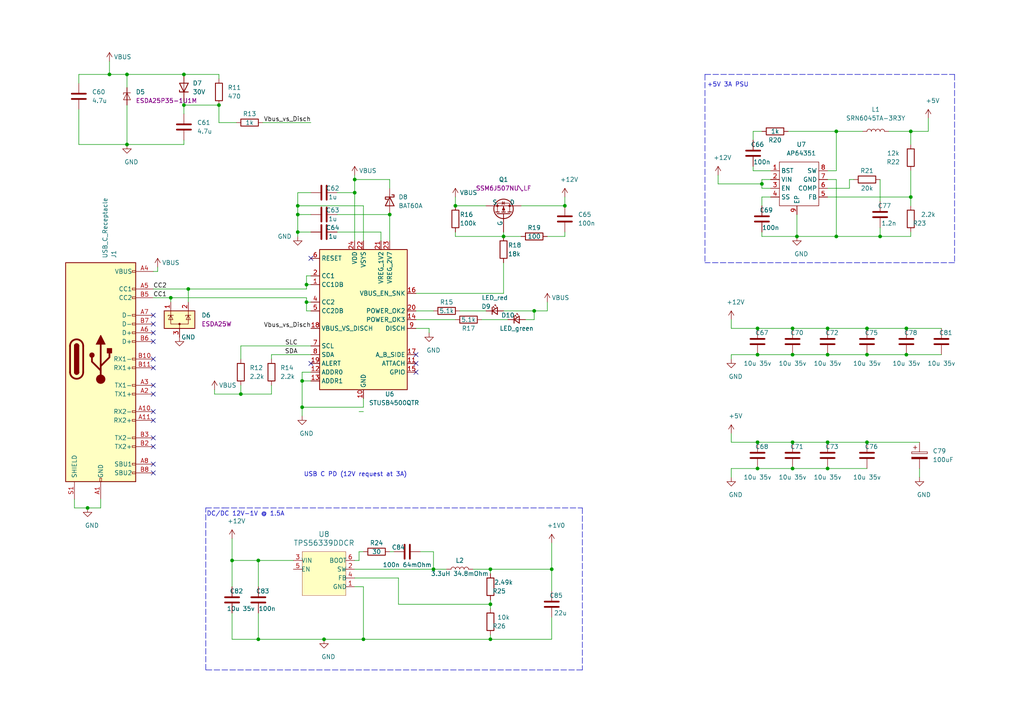
<source format=kicad_sch>
(kicad_sch (version 20210406) (generator eeschema)
  (paper "A4")
  (lib_symbols
    (symbol "CM4_NAS:AP64351"
      (property "Reference" "U" (at 0 8.89 0))
      (property "Value" "AP64351" (at 1.27 6.35 0))
      (symbol "AP64351_1_1"
        (pin passive line (at -7.62 2.54 0) (length 2.54) (name "BST") (number "1"))
        (pin power_in line (at -7.62 0 0) (length 2.54) (name "VIN") (number "2"))
        (pin input line (at -7.62 -2.54 0) (length 2.54) (name "EN") (number "3"))
        (pin input line (at -7.62 -5.08 0) (length 2.54) (name "SS") (number "4"))
        (pin input line (at 8.89 -5.08 180) (length 2.54) (name "FB") (number "5"))
        (pin input line (at 8.89 -2.54 180) (length 2.54) (name "COMP") (number "6"))
        (pin power_in line (at 8.89 0 180) (length 2.54) (name "GND") (number "7"))
        (pin output line (at 8.89 2.54 180) (length 2.54) (name "SW") (number "8"))
        (pin passive line (at 0 -10.16 90) (length 2.54) (name "EP") (number "9"))
      )
    )
    (symbol "CM4_NAS:ESDA25P35" (pin_numbers hide) (pin_names hide)
      (property "Reference" "D" (at 0 2.54 0))
      (property "MPN" "ESDA25P35" (at 0 -2.54 0))
      (symbol "ESDA25P35_1_1"
        (pin passive line (at -2.54 0 0) (length 2.54) (name "K1") (number "1"))
        (pin passive line (at 2.54 0 180) (length 2.54) (name "A") (number "2"))
      )
    )
    (symbol "CM4_NAS:ESDA25W" (pin_names hide)
      (property "Reference" "D" (at 5.715 2.54 0))
      (property "MPN" "ESDA25W" (at 10.16 0 0))
      (symbol "ESDA25W_0_0"
        (pin passive line (at 0 -5.08 90) (length 2.54) (name "A") (number "3"))
      )
      (symbol "ESDA25W_1_1"
        (pin passive line (at -2.54 5.08 270) (length 2.54) (name "K") (number "1"))
        (pin passive line (at 2.54 5.08 270) (length 2.54) (name "K") (number "2"))
      )
    )
    (symbol "CM4_NAS:SSM6J507NU" (pin_numbers hide) (pin_names (offset 0))
      (property "Reference" "Q" (at 5.08 1.27 0))
      (property "MPN" "SSM6J507NU" (at 11.43 -1.27 0))
      (symbol "SSM6J507NU_0_0"
        (pin passive line (at 2.54 5.08 270) (length 5.08) hide (name "D") (number "1"))
        (pin passive line (at 2.54 5.08 270) (length 5.08) hide (name "D") (number "2"))
        (pin passive line (at 2.54 5.08 270) (length 5.08) hide (name "D") (number "6"))
        (pin passive line (at 2.54 5.08 270) (length 5.08) (name "D") (number "D"))
        (pin passive line (at 2.54 -5.08 90) (length 5.08) (name "S") (number "S"))
      )
      (symbol "SSM6J507NU_1_1"
        (pin input line (at -5.08 0 0) (length 5.08) (name "G") (number "3"))
        (pin passive line (at 2.54 -5.08 90) (length 2.54) hide (name "S") (number "4"))
        (pin passive line (at 2.54 5.08 270) (length 2.54) hide (name "D") (number "5"))
      )
    )
    (symbol "CM4_NAS:TPS56339DDCR" (pin_names (offset -0.254))
      (property "Reference" "U" (at -1.27 10.16 0))
      (property "Value" "TPS56339DDCR" (at 0 7.62 0))
      (symbol "TPS56339DDCR_1_1"
        (pin power_in line (at 8.89 -3.81 180) (length 2.54) (name "GND") (number "1"))
        (pin power_in line (at 8.89 1.27 180) (length 2.54) (name "SW") (number "2"))
        (pin power_in line (at -8.89 3.81 0) (length 2.54) (name "VIN") (number "3"))
        (pin input line (at 8.89 -1.27 180) (length 2.54) (name "FB") (number "4"))
        (pin input line (at -8.89 1.27 0) (length 2.54) (name "EN") (number "5"))
        (pin power_in line (at 8.89 3.81 180) (length 2.54) (name "BOOT") (number "6"))
      )
    )
    (symbol "Connector:USB_C_Receptacle" (pin_names (offset 1.016))
      (property "Reference" "J" (at -10.16 29.21 0))
      (property "Value" "USB_C_Receptacle" (at 10.16 29.21 0))
      (symbol "USB_C_Receptacle_1_1"
        (pin passive line (at 0 -40.64 90) (length 5.08) (name "GND") (number "A1"))
        (pin bidirectional line (at 15.24 -15.24 180) (length 5.08) (name "RX2-") (number "A10"))
        (pin bidirectional line (at 15.24 -17.78 180) (length 5.08) (name "RX2+") (number "A11"))
        (pin passive line (at 0 -40.64 90) (length 5.08) hide (name "GND") (number "A12"))
        (pin bidirectional line (at 15.24 -10.16 180) (length 5.08) (name "TX1+") (number "A2"))
        (pin bidirectional line (at 15.24 -7.62 180) (length 5.08) (name "TX1-") (number "A3"))
        (pin passive line (at 15.24 25.4 180) (length 5.08) (name "VBUS") (number "A4"))
        (pin bidirectional line (at 15.24 20.32 180) (length 5.08) (name "CC1") (number "A5"))
        (pin bidirectional line (at 15.24 7.62 180) (length 5.08) (name "D+") (number "A6"))
        (pin bidirectional line (at 15.24 12.7 180) (length 5.08) (name "D-") (number "A7"))
        (pin bidirectional line (at 15.24 -30.48 180) (length 5.08) (name "SBU1") (number "A8"))
        (pin passive line (at 15.24 25.4 180) (length 5.08) hide (name "VBUS") (number "A9"))
        (pin passive line (at 0 -40.64 90) (length 5.08) hide (name "GND") (number "B1"))
        (pin bidirectional line (at 15.24 0 180) (length 5.08) (name "RX1-") (number "B10"))
        (pin bidirectional line (at 15.24 -2.54 180) (length 5.08) (name "RX1+") (number "B11"))
        (pin passive line (at 0 -40.64 90) (length 5.08) hide (name "GND") (number "B12"))
        (pin bidirectional line (at 15.24 -25.4 180) (length 5.08) (name "TX2+") (number "B2"))
        (pin bidirectional line (at 15.24 -22.86 180) (length 5.08) (name "TX2-") (number "B3"))
        (pin passive line (at 15.24 25.4 180) (length 5.08) hide (name "VBUS") (number "B4"))
        (pin bidirectional line (at 15.24 17.78 180) (length 5.08) (name "CC2") (number "B5"))
        (pin bidirectional line (at 15.24 5.08 180) (length 5.08) (name "D+") (number "B6"))
        (pin bidirectional line (at 15.24 10.16 180) (length 5.08) (name "D-") (number "B7"))
        (pin bidirectional line (at 15.24 -33.02 180) (length 5.08) (name "SBU2") (number "B8"))
        (pin passive line (at 15.24 25.4 180) (length 5.08) hide (name "VBUS") (number "B9"))
        (pin passive line (at -7.62 -40.64 90) (length 5.08) (name "SHIELD") (number "S1"))
      )
    )
    (symbol "Device:C" (pin_numbers hide) (pin_names (offset 0.254))
      (property "Reference" "C" (at 0.635 2.54 0))
      (property "Value" "C" (at 0.635 -2.54 0))
      (symbol "C_1_1"
        (pin passive line (at 0 3.81 270) (length 2.794) (name "~") (number "1"))
        (pin passive line (at 0 -3.81 90) (length 2.794) (name "~") (number "2"))
      )
    )
    (symbol "Device:C_Polarized" (pin_numbers hide) (pin_names (offset 0.254))
      (property "Reference" "C" (at 0.635 2.54 0))
      (property "Value" "C_Polarized" (at 0.635 -2.54 0))
      (symbol "C_Polarized_1_1"
        (pin passive line (at 0 3.81 270) (length 2.794) (name "~") (number "1"))
        (pin passive line (at 0 -3.81 90) (length 2.794) (name "~") (number "2"))
      )
    )
    (symbol "Device:D_Zener" (pin_numbers hide) (pin_names (offset 1.016) hide)
      (property "Reference" "D" (at 0 2.54 0))
      (property "Value" "D_Zener" (at 0 -2.54 0))
      (symbol "D_Zener_1_1"
        (pin passive line (at -3.81 0 0) (length 2.54) (name "K") (number "1"))
        (pin passive line (at 3.81 0 180) (length 2.54) (name "A") (number "2"))
      )
    )
    (symbol "Device:L" (pin_numbers hide) (pin_names (offset 1.016) hide)
      (property "Reference" "L" (at -1.27 0 90))
      (property "Value" "L" (at 1.905 0 90))
      (symbol "L_1_1"
        (pin passive line (at 0 3.81 270) (length 1.27) (name "1") (number "1"))
        (pin passive line (at 0 -3.81 90) (length 1.27) (name "2") (number "2"))
      )
    )
    (symbol "Device:LED_Small" (pin_numbers hide) (pin_names (offset 0.254) hide)
      (property "Reference" "D" (at -1.27 3.175 0))
      (property "Value" "LED_Small" (at -4.445 -2.54 0))
      (symbol "LED_Small_1_1"
        (pin passive line (at -2.54 0 0) (length 1.778) (name "K") (number "1"))
        (pin passive line (at 2.54 0 180) (length 1.778) (name "A") (number "2"))
      )
    )
    (symbol "Device:R" (pin_numbers hide) (pin_names (offset 0))
      (property "Reference" "R" (at 2.032 0 90))
      (property "Value" "R" (at 0 0 90))
      (symbol "R_1_1"
        (pin passive line (at 0 3.81 270) (length 1.27) (name "~") (number "1"))
        (pin passive line (at 0 -3.81 90) (length 1.27) (name "~") (number "2"))
      )
    )
    (symbol "Diode:BAT60A" (pin_numbers hide) (pin_names (offset 1.016) hide)
      (property "Reference" "D" (at 0 2.54 0))
      (property "Value" "BAT60A" (at 0 -2.54 0))
      (symbol "BAT60A_1_1"
        (pin passive line (at -3.81 0 0) (length 2.54) (name "K") (number "1"))
        (pin passive line (at 3.81 0 180) (length 2.54) (name "A") (number "2"))
      )
    )
    (symbol "Interface_USB:STUSB4500QTR"
      (property "Reference" "U" (at -12.7 21.59 0))
      (property "Value" "STUSB4500QTR" (at 8.89 -21.59 0))
      (symbol "STUSB4500QTR_1_1"
        (pin bidirectional line (at -15.24 10.16 0) (length 2.54) (name "CC1DB") (number "1"))
        (pin power_in line (at 0 -22.86 90) (length 2.54) (name "GND") (number "10"))
        (pin open_collector line (at 15.24 -12.7 180) (length 2.54) (name "ATTACH") (number "11"))
        (pin input line (at -15.24 -15.24 0) (length 2.54) (name "ADDR0") (number "12"))
        (pin input line (at -15.24 -17.78 0) (length 2.54) (name "ADDR1") (number "13"))
        (pin open_collector line (at 15.24 0 180) (length 2.54) (name "POWER_OK3") (number "14"))
        (pin open_collector line (at 15.24 -15.24 180) (length 2.54) (name "GPIO") (number "15"))
        (pin open_collector line (at 15.24 7.62 180) (length 2.54) (name "VBUS_EN_SNK") (number "16"))
        (pin open_collector line (at 15.24 -10.16 180) (length 2.54) (name "A_B_SIDE") (number "17"))
        (pin input line (at -15.24 -2.54 0) (length 2.54) (name "VBUS_VS_DISCH") (number "18"))
        (pin open_collector line (at -15.24 -12.7 0) (length 2.54) (name "ALERT") (number "19"))
        (pin bidirectional line (at -15.24 12.7 0) (length 2.54) (name "CC1") (number "2"))
        (pin open_collector line (at 15.24 2.54 180) (length 2.54) (name "POWER_OK2") (number "20"))
        (pin power_out line (at 5.08 22.86 270) (length 2.54) (name "VREG_1V2") (number "21"))
        (pin power_in line (at 0 22.86 270) (length 2.54) (name "VSYS") (number "22"))
        (pin power_out line (at 7.62 22.86 270) (length 2.54) (name "VREG_2V7") (number "23"))
        (pin power_in line (at -2.54 22.86 270) (length 2.54) (name "VDD") (number "24"))
        (pin passive line (at 0 -22.86 90) (length 2.54) hide (name "GND") (number "25"))
        (pin no_connect line (at -12.7 15.24 0) (length 2.54) hide (name "NC") (number "3"))
        (pin bidirectional line (at -15.24 5.08 0) (length 2.54) (name "CC2") (number "4"))
        (pin bidirectional line (at -15.24 2.54 0) (length 2.54) (name "CC2DB") (number "5"))
        (pin input line (at -15.24 17.78 0) (length 2.54) (name "RESET") (number "6"))
        (pin input line (at -15.24 -7.62 0) (length 2.54) (name "SCL") (number "7"))
        (pin bidirectional line (at -15.24 -10.16 0) (length 2.54) (name "SDA") (number "8"))
        (pin bidirectional line (at 15.24 -2.54 180) (length 2.54) (name "DISCH") (number "9"))
      )
    )
    (symbol "power:+12V" (power) (pin_names (offset 0))
      (property "Value" "+12V" (at 0 3.556 0))
      (symbol "+12V_1_1"
        (pin power_in line (at 0 0 90) (length 0) hide (name "+12V") (number "1"))
      )
    )
    (symbol "power:+1V0" (power) (pin_names (offset 0))
      (property "Value" "+1V0" (at 0 3.556 0))
      (symbol "+1V0_1_1"
        (pin power_in line (at 0 0 90) (length 0) hide (name "+1V0") (number "1"))
      )
    )
    (symbol "power:+5V" (power) (pin_names (offset 0))
      (property "Value" "+5V" (at 0 3.556 0))
      (symbol "+5V_1_1"
        (pin power_in line (at 0 0 90) (length 0) hide (name "+5V") (number "1"))
      )
    )
    (symbol "power:GND" (power) (pin_names (offset 0))
      (property "Value" "GND" (at 0 -3.81 0))
      (symbol "GND_1_1"
        (pin power_in line (at 0 0 270) (length 0) hide (name "GND") (number "1"))
      )
    )
    (symbol "power:VBUS" (power) (pin_names (offset 0))
      (property "Value" "VBUS" (at 0 3.81 0))
      (symbol "VBUS_1_1"
        (pin power_in line (at 0 0 90) (length 0) hide (name "VBUS") (number "1"))
      )
    )
  )
  (junction (at 25.4 147.32) (diameter 0.9144))
  (junction (at 31.75 21.59) (diameter 0.9144))
  (junction (at 36.83 21.59) (diameter 0.9144))
  (junction (at 36.83 41.91) (diameter 0.9144))
  (junction (at 49.53 86.36) (diameter 0.9144))
  (junction (at 53.34 21.59) (diameter 0.9144))
  (junction (at 53.34 30.48) (diameter 0.9144))
  (junction (at 54.61 83.82) (diameter 0.9144))
  (junction (at 63.5 30.48) (diameter 0.9144))
  (junction (at 67.31 162.56) (diameter 0.9144))
  (junction (at 69.85 114.3) (diameter 0.9144))
  (junction (at 74.93 162.56) (diameter 0.9144))
  (junction (at 74.93 185.42) (diameter 0.9144))
  (junction (at 86.36 59.69) (diameter 0.9144))
  (junction (at 86.36 62.23) (diameter 0.9144))
  (junction (at 86.36 67.31) (diameter 0.9144))
  (junction (at 87.63 110.49) (diameter 0.9144))
  (junction (at 87.63 118.11) (diameter 0.9144))
  (junction (at 88.9 82.55) (diameter 0.9144))
  (junction (at 88.9 87.63) (diameter 0.9144))
  (junction (at 93.98 185.42) (diameter 0.9144))
  (junction (at 102.87 52.07) (diameter 0.9144))
  (junction (at 102.87 55.88) (diameter 0.9144))
  (junction (at 105.41 185.42) (diameter 0.9144))
  (junction (at 113.03 62.23) (diameter 0.9144))
  (junction (at 125.73 165.1) (diameter 0.9144))
  (junction (at 132.08 59.69) (diameter 0.9144))
  (junction (at 142.24 165.1) (diameter 0.9144))
  (junction (at 142.24 175.26) (diameter 0.9144))
  (junction (at 142.24 185.42) (diameter 0.9144))
  (junction (at 146.05 68.58) (diameter 0.9144))
  (junction (at 154.94 90.17) (diameter 0.9144))
  (junction (at 160.02 165.1) (diameter 0.9144))
  (junction (at 163.83 59.69) (diameter 0.9144))
  (junction (at 219.71 95.25) (diameter 0.9144))
  (junction (at 219.71 102.87) (diameter 0.9144))
  (junction (at 219.71 128.27) (diameter 0.9144))
  (junction (at 219.71 135.89) (diameter 0.9144))
  (junction (at 220.98 53.34) (diameter 0.9144))
  (junction (at 229.87 95.25) (diameter 0.9144))
  (junction (at 229.87 102.87) (diameter 0.9144))
  (junction (at 229.87 128.27) (diameter 0.9144))
  (junction (at 229.87 135.89) (diameter 0.9144))
  (junction (at 231.14 68.58) (diameter 0.9144))
  (junction (at 240.03 95.25) (diameter 0.9144))
  (junction (at 240.03 102.87) (diameter 0.9144))
  (junction (at 240.03 128.27) (diameter 0.9144))
  (junction (at 240.03 135.89) (diameter 0.9144))
  (junction (at 242.57 38.1) (diameter 0.9144))
  (junction (at 242.57 68.58) (diameter 0.9144))
  (junction (at 251.46 95.25) (diameter 0.9144))
  (junction (at 251.46 102.87) (diameter 0.9144))
  (junction (at 251.46 128.27) (diameter 0.9144))
  (junction (at 255.27 68.58) (diameter 0.9144))
  (junction (at 262.89 95.25) (diameter 0.9144))
  (junction (at 262.89 102.87) (diameter 0.9144))
  (junction (at 264.16 38.1) (diameter 0.9144))
  (junction (at 264.16 57.15) (diameter 0.9144))
  (no_connect (at 44.45 91.44))
  (no_connect (at 44.45 93.98))
  (no_connect (at 44.45 96.52))
  (no_connect (at 44.45 99.06))
  (no_connect (at 44.45 104.14))
  (no_connect (at 44.45 106.68))
  (no_connect (at 44.45 111.76))
  (no_connect (at 44.45 114.3))
  (no_connect (at 44.45 119.38))
  (no_connect (at 44.45 121.92))
  (no_connect (at 44.45 127))
  (no_connect (at 44.45 129.54))
  (no_connect (at 44.45 134.62))
  (no_connect (at 44.45 137.16))
  (no_connect (at 90.17 74.93))
  (no_connect (at 90.17 105.41))
  (no_connect (at 120.65 102.87))
  (no_connect (at 120.65 105.41))
  (no_connect (at 120.65 107.95))
  (wire (pts (xy 21.59 144.78) (xy 21.59 147.32)))
  (wire (pts (xy 21.59 147.32) (xy 25.4 147.32)))
  (wire (pts (xy 22.86 21.59) (xy 31.75 21.59)))
  (wire (pts (xy 22.86 24.13) (xy 22.86 21.59)))
  (wire (pts (xy 22.86 31.75) (xy 22.86 41.91)))
  (wire (pts (xy 22.86 41.91) (xy 36.83 41.91)))
  (wire (pts (xy 25.4 147.32) (xy 29.21 147.32)))
  (wire (pts (xy 29.21 147.32) (xy 29.21 144.78)))
  (wire (pts (xy 31.75 21.59) (xy 31.75 17.78)))
  (wire (pts (xy 36.83 21.59) (xy 31.75 21.59)))
  (wire (pts (xy 36.83 21.59) (xy 53.34 21.59)))
  (wire (pts (xy 36.83 25.4) (xy 36.83 21.59)))
  (wire (pts (xy 36.83 30.48) (xy 36.83 41.91)))
  (wire (pts (xy 44.45 78.74) (xy 45.72 78.74)))
  (wire (pts (xy 44.45 83.82) (xy 54.61 83.82)))
  (wire (pts (xy 44.45 86.36) (xy 49.53 86.36)))
  (wire (pts (xy 45.72 78.74) (xy 45.72 77.47)))
  (wire (pts (xy 49.53 86.36) (xy 49.53 87.63)))
  (wire (pts (xy 49.53 86.36) (xy 88.9 86.36)))
  (wire (pts (xy 53.34 21.59) (xy 63.5 21.59)))
  (wire (pts (xy 53.34 29.21) (xy 53.34 30.48)))
  (wire (pts (xy 53.34 30.48) (xy 53.34 33.02)))
  (wire (pts (xy 53.34 30.48) (xy 63.5 30.48)))
  (wire (pts (xy 53.34 40.64) (xy 53.34 41.91)))
  (wire (pts (xy 53.34 41.91) (xy 36.83 41.91)))
  (wire (pts (xy 54.61 83.82) (xy 54.61 87.63)))
  (wire (pts (xy 54.61 83.82) (xy 88.9 83.82)))
  (wire (pts (xy 62.23 113.03) (xy 62.23 114.3)))
  (wire (pts (xy 62.23 114.3) (xy 69.85 114.3)))
  (wire (pts (xy 63.5 21.59) (xy 63.5 22.86)))
  (wire (pts (xy 63.5 35.56) (xy 63.5 30.48)))
  (wire (pts (xy 67.31 156.21) (xy 67.31 162.56)))
  (wire (pts (xy 67.31 162.56) (xy 74.93 162.56)))
  (wire (pts (xy 67.31 170.18) (xy 67.31 162.56)))
  (wire (pts (xy 67.31 177.8) (xy 67.31 185.42)))
  (wire (pts (xy 67.31 185.42) (xy 74.93 185.42)))
  (wire (pts (xy 68.58 35.56) (xy 63.5 35.56)))
  (wire (pts (xy 69.85 100.33) (xy 69.85 104.14)))
  (wire (pts (xy 69.85 114.3) (xy 69.85 111.76)))
  (wire (pts (xy 74.93 162.56) (xy 74.93 170.18)))
  (wire (pts (xy 74.93 162.56) (xy 85.09 162.56)))
  (wire (pts (xy 74.93 177.8) (xy 74.93 185.42)))
  (wire (pts (xy 74.93 185.42) (xy 93.98 185.42)))
  (wire (pts (xy 76.2 35.56) (xy 90.17 35.56)))
  (wire (pts (xy 78.74 102.87) (xy 90.17 102.87)))
  (wire (pts (xy 78.74 104.14) (xy 78.74 102.87)))
  (wire (pts (xy 78.74 111.76) (xy 78.74 114.3)))
  (wire (pts (xy 78.74 114.3) (xy 69.85 114.3)))
  (wire (pts (xy 86.36 55.88) (xy 90.17 55.88)))
  (wire (pts (xy 86.36 59.69) (xy 86.36 55.88)))
  (wire (pts (xy 86.36 59.69) (xy 105.41 59.69)))
  (wire (pts (xy 86.36 62.23) (xy 86.36 59.69)))
  (wire (pts (xy 86.36 62.23) (xy 90.17 62.23)))
  (wire (pts (xy 86.36 67.31) (xy 86.36 62.23)))
  (wire (pts (xy 86.36 67.31) (xy 90.17 67.31)))
  (wire (pts (xy 86.36 68.58) (xy 86.36 67.31)))
  (wire (pts (xy 87.63 107.95) (xy 90.17 107.95)))
  (wire (pts (xy 87.63 110.49) (xy 87.63 107.95)))
  (wire (pts (xy 87.63 110.49) (xy 87.63 118.11)))
  (wire (pts (xy 87.63 118.11) (xy 87.63 120.65)))
  (wire (pts (xy 87.63 118.11) (xy 105.41 118.11)))
  (wire (pts (xy 88.9 80.01) (xy 88.9 82.55)))
  (wire (pts (xy 88.9 80.01) (xy 90.17 80.01)))
  (wire (pts (xy 88.9 83.82) (xy 88.9 82.55)))
  (wire (pts (xy 88.9 86.36) (xy 88.9 87.63)))
  (wire (pts (xy 88.9 87.63) (xy 90.17 87.63)))
  (wire (pts (xy 88.9 90.17) (xy 88.9 87.63)))
  (wire (pts (xy 90.17 82.55) (xy 88.9 82.55)))
  (wire (pts (xy 90.17 90.17) (xy 88.9 90.17)))
  (wire (pts (xy 90.17 100.33) (xy 69.85 100.33)))
  (wire (pts (xy 90.17 110.49) (xy 87.63 110.49)))
  (wire (pts (xy 93.98 185.42) (xy 105.41 185.42)))
  (wire (pts (xy 97.79 55.88) (xy 102.87 55.88)))
  (wire (pts (xy 97.79 62.23) (xy 113.03 62.23)))
  (wire (pts (xy 102.87 50.8) (xy 102.87 52.07)))
  (wire (pts (xy 102.87 52.07) (xy 102.87 55.88)))
  (wire (pts (xy 102.87 52.07) (xy 113.03 52.07)))
  (wire (pts (xy 102.87 55.88) (xy 102.87 69.85)))
  (wire (pts (xy 102.87 162.56) (xy 104.14 162.56)))
  (wire (pts (xy 102.87 165.1) (xy 125.73 165.1)))
  (wire (pts (xy 102.87 167.64) (xy 115.57 167.64)))
  (wire (pts (xy 104.14 119.38) (xy 105.41 119.38)))
  (wire (pts (xy 104.14 160.02) (xy 105.41 160.02)))
  (wire (pts (xy 104.14 162.56) (xy 104.14 160.02)))
  (wire (pts (xy 105.41 69.85) (xy 105.41 59.69)))
  (wire (pts (xy 105.41 115.57) (xy 105.41 118.11)))
  (wire (pts (xy 105.41 170.18) (xy 102.87 170.18)))
  (wire (pts (xy 105.41 185.42) (xy 105.41 170.18)))
  (wire (pts (xy 110.49 67.31) (xy 97.79 67.31)))
  (wire (pts (xy 110.49 69.85) (xy 110.49 67.31)))
  (wire (pts (xy 113.03 54.61) (xy 113.03 52.07)))
  (wire (pts (xy 113.03 62.23) (xy 113.03 69.85)))
  (wire (pts (xy 113.03 160.02) (xy 114.3 160.02)))
  (wire (pts (xy 115.57 167.64) (xy 115.57 175.26)))
  (wire (pts (xy 115.57 175.26) (xy 142.24 175.26)))
  (wire (pts (xy 120.65 85.09) (xy 146.05 85.09)))
  (wire (pts (xy 120.65 90.17) (xy 125.73 90.17)))
  (wire (pts (xy 120.65 92.71) (xy 132.08 92.71)))
  (wire (pts (xy 120.65 95.25) (xy 124.46 95.25)))
  (wire (pts (xy 121.92 160.02) (xy 125.73 160.02)))
  (wire (pts (xy 124.46 95.25) (xy 124.46 96.52)))
  (wire (pts (xy 125.73 160.02) (xy 125.73 165.1)))
  (wire (pts (xy 125.73 165.1) (xy 129.54 165.1)))
  (wire (pts (xy 132.08 57.15) (xy 132.08 59.69)))
  (wire (pts (xy 132.08 59.69) (xy 140.97 59.69)))
  (wire (pts (xy 132.08 67.31) (xy 132.08 68.58)))
  (wire (pts (xy 132.08 68.58) (xy 146.05 68.58)))
  (wire (pts (xy 133.35 90.17) (xy 140.97 90.17)))
  (wire (pts (xy 139.7 92.71) (xy 147.32 92.71)))
  (wire (pts (xy 142.24 165.1) (xy 137.16 165.1)))
  (wire (pts (xy 142.24 165.1) (xy 142.24 166.37)))
  (wire (pts (xy 142.24 165.1) (xy 160.02 165.1)))
  (wire (pts (xy 142.24 173.99) (xy 142.24 175.26)))
  (wire (pts (xy 142.24 175.26) (xy 142.24 176.53)))
  (wire (pts (xy 142.24 184.15) (xy 142.24 185.42)))
  (wire (pts (xy 142.24 185.42) (xy 105.41 185.42)))
  (wire (pts (xy 142.24 185.42) (xy 160.02 185.42)))
  (wire (pts (xy 146.05 67.31) (xy 146.05 68.58)))
  (wire (pts (xy 146.05 68.58) (xy 151.13 68.58)))
  (wire (pts (xy 146.05 85.09) (xy 146.05 76.2)))
  (wire (pts (xy 146.05 90.17) (xy 154.94 90.17)))
  (wire (pts (xy 151.13 59.69) (xy 163.83 59.69)))
  (wire (pts (xy 154.94 90.17) (xy 154.94 92.71)))
  (wire (pts (xy 154.94 92.71) (xy 152.4 92.71)))
  (wire (pts (xy 158.75 68.58) (xy 163.83 68.58)))
  (wire (pts (xy 158.75 87.63) (xy 158.75 90.17)))
  (wire (pts (xy 158.75 90.17) (xy 154.94 90.17)))
  (wire (pts (xy 160.02 157.48) (xy 160.02 165.1)))
  (wire (pts (xy 160.02 165.1) (xy 160.02 171.45)))
  (wire (pts (xy 160.02 185.42) (xy 160.02 179.07)))
  (wire (pts (xy 163.83 57.15) (xy 163.83 59.69)))
  (wire (pts (xy 163.83 68.58) (xy 163.83 67.31)))
  (wire (pts (xy 208.28 50.8) (xy 208.28 53.34)))
  (wire (pts (xy 208.28 53.34) (xy 220.98 53.34)))
  (wire (pts (xy 212.09 92.71) (xy 212.09 95.25)))
  (wire (pts (xy 212.09 95.25) (xy 219.71 95.25)))
  (wire (pts (xy 212.09 102.87) (xy 212.09 104.14)))
  (wire (pts (xy 212.09 125.73) (xy 212.09 128.27)))
  (wire (pts (xy 212.09 128.27) (xy 219.71 128.27)))
  (wire (pts (xy 212.09 135.89) (xy 212.09 138.43)))
  (wire (pts (xy 218.44 38.1) (xy 220.98 38.1)))
  (wire (pts (xy 218.44 40.64) (xy 218.44 38.1)))
  (wire (pts (xy 218.44 49.53) (xy 218.44 48.26)))
  (wire (pts (xy 219.71 95.25) (xy 229.87 95.25)))
  (wire (pts (xy 219.71 102.87) (xy 212.09 102.87)))
  (wire (pts (xy 219.71 128.27) (xy 229.87 128.27)))
  (wire (pts (xy 219.71 135.89) (xy 212.09 135.89)))
  (wire (pts (xy 219.71 135.89) (xy 229.87 135.89)))
  (wire (pts (xy 220.98 52.07) (xy 223.52 52.07)))
  (wire (pts (xy 220.98 53.34) (xy 220.98 52.07)))
  (wire (pts (xy 220.98 54.61) (xy 220.98 53.34)))
  (wire (pts (xy 220.98 57.15) (xy 223.52 57.15)))
  (wire (pts (xy 220.98 59.69) (xy 220.98 57.15)))
  (wire (pts (xy 220.98 67.31) (xy 220.98 68.58)))
  (wire (pts (xy 220.98 68.58) (xy 231.14 68.58)))
  (wire (pts (xy 223.52 49.53) (xy 218.44 49.53)))
  (wire (pts (xy 223.52 54.61) (xy 220.98 54.61)))
  (wire (pts (xy 228.6 38.1) (xy 242.57 38.1)))
  (wire (pts (xy 229.87 95.25) (xy 240.03 95.25)))
  (wire (pts (xy 229.87 102.87) (xy 219.71 102.87)))
  (wire (pts (xy 229.87 128.27) (xy 240.03 128.27)))
  (wire (pts (xy 229.87 135.89) (xy 240.03 135.89)))
  (wire (pts (xy 231.14 68.58) (xy 231.14 62.23)))
  (wire (pts (xy 240.03 52.07) (xy 242.57 52.07)))
  (wire (pts (xy 240.03 54.61) (xy 246.38 54.61)))
  (wire (pts (xy 240.03 57.15) (xy 264.16 57.15)))
  (wire (pts (xy 240.03 95.25) (xy 251.46 95.25)))
  (wire (pts (xy 240.03 102.87) (xy 229.87 102.87)))
  (wire (pts (xy 240.03 128.27) (xy 251.46 128.27)))
  (wire (pts (xy 240.03 135.89) (xy 251.46 135.89)))
  (wire (pts (xy 242.57 38.1) (xy 242.57 49.53)))
  (wire (pts (xy 242.57 38.1) (xy 250.19 38.1)))
  (wire (pts (xy 242.57 49.53) (xy 240.03 49.53)))
  (wire (pts (xy 242.57 52.07) (xy 242.57 68.58)))
  (wire (pts (xy 242.57 68.58) (xy 231.14 68.58)))
  (wire (pts (xy 242.57 68.58) (xy 255.27 68.58)))
  (wire (pts (xy 246.38 52.07) (xy 247.65 52.07)))
  (wire (pts (xy 246.38 54.61) (xy 246.38 52.07)))
  (wire (pts (xy 251.46 95.25) (xy 262.89 95.25)))
  (wire (pts (xy 251.46 102.87) (xy 240.03 102.87)))
  (wire (pts (xy 251.46 128.27) (xy 266.7 128.27)))
  (wire (pts (xy 255.27 52.07) (xy 255.27 58.42)))
  (wire (pts (xy 255.27 66.04) (xy 255.27 68.58)))
  (wire (pts (xy 257.81 38.1) (xy 264.16 38.1)))
  (wire (pts (xy 262.89 95.25) (xy 273.05 95.25)))
  (wire (pts (xy 262.89 102.87) (xy 251.46 102.87)))
  (wire (pts (xy 264.16 38.1) (xy 264.16 41.91)))
  (wire (pts (xy 264.16 49.53) (xy 264.16 57.15)))
  (wire (pts (xy 264.16 57.15) (xy 264.16 59.69)))
  (wire (pts (xy 264.16 67.31) (xy 264.16 68.58)))
  (wire (pts (xy 264.16 68.58) (xy 255.27 68.58)))
  (wire (pts (xy 266.7 135.89) (xy 266.7 138.43)))
  (wire (pts (xy 269.24 34.29) (xy 269.24 38.1)))
  (wire (pts (xy 269.24 38.1) (xy 264.16 38.1)))
  (wire (pts (xy 273.05 102.87) (xy 262.89 102.87)))
  (polyline (pts (xy 59.69 147.32) (xy 64.77 147.32)) (stroke (width 0) (type dash)))
  (polyline (pts (xy 59.69 194.31) (xy 59.69 147.32)) (stroke (width 0) (type dash)))
  (polyline (pts (xy 64.77 147.32) (xy 168.91 147.32)) (stroke (width 0) (type dash)))
  (polyline (pts (xy 168.91 147.32) (xy 168.91 194.31)) (stroke (width 0) (type dash)))
  (polyline (pts (xy 168.91 194.31) (xy 59.69 194.31)) (stroke (width 0) (type dash)))
  (polyline (pts (xy 204.47 21.59) (xy 204.47 76.2)) (stroke (width 0) (type dash)))
  (polyline (pts (xy 204.47 21.59) (xy 276.86 21.59)) (stroke (width 0) (type dash)))
  (polyline (pts (xy 276.86 21.59) (xy 276.86 76.2)) (stroke (width 0) (type dash)))
  (polyline (pts (xy 276.86 76.2) (xy 204.47 76.2)) (stroke (width 0) (type dash)))
  (text "DC/DC 12V-1V @ 1.5A" (at 82.55 149.86 180) (effects (font (size 1.27 1.27)) (justify right bottom)))
  (text "USB C PD (12V request at 3A)\n" (at 118.11 138.43 180) (effects (font (size 1.27 1.27)) (justify right bottom)))
  (text "+5V 3A PSU" (at 217.17 25.4 180) (effects (font (size 1.27 1.27)) (justify right bottom)))
  (label "CC2" (at 44.45 83.82 0))
  (label "CC1" (at 44.45 86.36 0))
  (label "SLC" (at 86.36 100.33 180))
  (label "SDA" (at 86.36 102.87 180))
  (label "Vbus_vs_Disch" (at 90.17 35.56 180))
  (label "Vbus_vs_Disch" (at 90.17 95.25 180))
  (symbol (lib_id "power:VBUS") (at 31.75 17.78 0) (unit 1)
    (property "Reference" "#PWR0150" (effects hide))
    (property "Value" "VBUS" (at 35.56 16.51 0))
  )
  (symbol (lib_id "power:VBUS") (at 45.72 77.47 0) (unit 1)
    (property "Reference" "#PWR0147" (effects hide))
    (property "Value" "VBUS" (at 49.53 76.2 0))
  )
  (symbol (lib_id "power:VBUS") (at 62.23 113.03 0) (unit 1)
    (property "Reference" "#PWR0144" (effects hide))
    (property "Value" "VBUS" (at 66.04 111.76 0))
  )
  (symbol (lib_id "power:+12V") (at 67.31 156.21 0) (unit 1)
    (property "Reference" "#PWR0177" (effects hide))
    (property "Value" "+12V" (at 68.58 151.13 0))
  )
  (symbol (lib_id "power:VBUS") (at 102.87 50.8 0) (unit 1)
    (property "Reference" "#PWR0152" (effects hide))
    (property "Value" "VBUS" (at 106.68 49.53 0))
  )
  (symbol (lib_id "power:VBUS") (at 132.08 57.15 0) (unit 1)
    (property "Reference" "#PWR0153" (effects hide))
    (property "Value" "VBUS" (at 135.89 55.88 0))
  )
  (symbol (lib_id "power:VBUS") (at 158.75 87.63 0) (unit 1)
    (property "Reference" "#PWR0155" (effects hide))
    (property "Value" "VBUS" (at 162.56 86.36 0))
  )
  (symbol (lib_id "power:+1V0") (at 160.02 157.48 0) (unit 1)
    (property "Reference" "#PWR0178" (effects hide))
    (property "Value" "+1V0" (at 161.29 152.4 0))
  )
  (symbol (lib_id "power:+12V") (at 163.83 57.15 0) (unit 1)
    (property "Reference" "#PWR0154" (effects hide))
    (property "Value" "+12V" (at 165.1 52.07 0))
  )
  (symbol (lib_id "power:+12V") (at 208.28 50.8 0) (unit 1)
    (property "Reference" "#PWR0158" (effects hide))
    (property "Value" "+12V" (at 209.55 45.72 0))
  )
  (symbol (lib_id "power:+12V") (at 212.09 92.71 0) (unit 1)
    (property "Reference" "#PWR0157" (effects hide))
    (property "Value" "+12V" (at 213.36 87.63 0))
  )
  (symbol (lib_id "power:+5V") (at 212.09 125.73 0) (unit 1)
    (property "Reference" "#PWR0160" (effects hide))
    (property "Value" "+5V" (at 213.36 120.65 0))
  )
  (symbol (lib_id "power:+5V") (at 269.24 34.29 0) (unit 1)
    (property "Reference" "#PWR0162" (effects hide))
    (property "Value" "+5V" (at 270.51 29.21 0))
  )
  (symbol (lib_id "power:GND") (at 25.4 147.32 0) (unit 1)
    (property "Reference" "#PWR0149" (effects hide))
    (property "Value" "GND" (at 26.67 152.4 0))
  )
  (symbol (lib_id "power:GND") (at 36.83 41.91 0) (unit 1)
    (property "Reference" "#PWR0151" (effects hide))
    (property "Value" "GND" (at 38.1 46.99 0))
  )
  (symbol (lib_id "power:GND") (at 52.07 97.79 0) (unit 1)
    (property "Reference" "#PWR0148" (effects hide))
    (property "Value" "GND" (at 54.61 97.79 0))
  )
  (symbol (lib_id "power:GND") (at 86.36 68.58 0) (unit 1)
    (property "Reference" "#PWR0145" (effects hide))
    (property "Value" "GND" (at 82.55 68.58 0))
  )
  (symbol (lib_id "power:GND") (at 87.63 120.65 0) (unit 1)
    (property "Reference" "#PWR0143" (effects hide))
    (property "Value" "GND" (at 88.9 125.73 0))
  )
  (symbol (lib_id "power:GND") (at 93.98 185.42 0) (unit 1)
    (property "Reference" "#PWR0176" (effects hide))
    (property "Value" "GND" (at 95.25 190.5 0))
  )
  (symbol (lib_id "power:GND") (at 124.46 96.52 0) (unit 1)
    (property "Reference" "#PWR0146" (effects hide))
    (property "Value" "GND" (at 125.73 101.6 0))
  )
  (symbol (lib_id "power:GND") (at 212.09 104.14 0) (unit 1)
    (property "Reference" "#PWR0161" (effects hide))
    (property "Value" "GND" (at 213.36 109.22 0))
  )
  (symbol (lib_id "power:GND") (at 212.09 138.43 0) (unit 1)
    (property "Reference" "#PWR0159" (effects hide))
    (property "Value" "GND" (at 213.36 143.51 0))
  )
  (symbol (lib_id "power:GND") (at 231.14 68.58 0) (unit 1)
    (property "Reference" "#PWR0156" (effects hide))
    (property "Value" "GND" (at 232.41 73.66 0))
  )
  (symbol (lib_id "power:GND") (at 266.7 138.43 0) (unit 1)
    (property "Reference" "#PWR0163" (effects hide))
    (property "Value" "GND" (at 267.97 143.51 0))
  )
  (symbol (lib_id "Device:L") (at 133.35 165.1 90) (unit 1)
    (property "Reference" "L2" (at 133.35 162.56 90))
    (property "Value" "3.3uH 34.8mOhm" (at 133.35 166.37 90))
    (property "Footprint" "Inductor_SMD:L_Coilcraft_XxL4020" (effects hide))
    (property "MFR" "Coilcraft" (effects hide))
    (property "MPN" "XFL4020-332MEB" (effects hide))
  )
  (symbol (lib_id "Device:L") (at 254 38.1 90) (unit 1)
    (property "Reference" "L1" (at 254 31.75 90))
    (property "Value" "SRN6045TA-3R3Y" (at 254 34.29 90))
    (property "Footprint" "Inductor_SMD:L_Bourns_SRN6045TA" (effects hide))
    (property "MFR" "Bourns" (effects hide))
    (property "MPN" "SRN6045TA-3R3Y" (effects hide))
  )
  (symbol (lib_id "CM4_NAS:ESDA25P35") (at 36.83 27.94 270) (unit 1)
    (property "Reference" "D5" (at 39.37 26.67 90) (effects (justify left)))
    (property "Value" "ESDA25P35" (effects hide))
    (property "Footprint" "CM4+NAS:1610" (effects hide))
    (property "Datasheet" "https://assets.nexperia.com/documents/data-sheet/PESDXL4UF_G_W.pdf" (effects hide))
    (property "MPN" "ESDA25P35-1U1M" (at 39.37 29.21 90) (effects (justify left)))
    (property "MFR" "STMicroelectronics " (effects hide))
  )
  (symbol (lib_id "Device:LED_Small") (at 143.51 90.17 0) (unit 1)
    (property "Reference" "D9" (at 140.97 88.9 0))
    (property "Value" "LED_red" (at 143.51 86.36 0))
    (property "Footprint" "LED_SMD:LED_0603_1608Metric" (effects hide))
    (property "MFR" "Kingbright" (effects hide))
    (property "MPN" "APHD1608LSURCK" (effects hide))
  )
  (symbol (lib_id "Device:LED_Small") (at 149.86 92.71 0) (unit 1)
    (property "Reference" "D10" (at 147.32 91.44 0))
    (property "Value" "LED_green" (at 149.86 95.25 0))
    (property "Footprint" "LED_SMD:LED_0603_1608Metric" (effects hide))
    (property "MFR" "Kingbright" (effects hide))
    (property "MPN" "APTD1608LCGCK" (effects hide))
  )
  (symbol (lib_id "Device:R") (at 63.5 26.67 0) (unit 1)
    (property "Reference" "R11" (at 66.04 25.4 0) (effects (justify left)))
    (property "Value" "470" (at 66.04 27.94 0) (effects (justify left)))
    (property "Footprint" "Resistor_SMD:R_0402_1005Metric" (effects hide))
    (property "MFR" "Yageo" (effects hide))
    (property "MPN" "RC0402FR-13470RL" (effects hide))
  )
  (symbol (lib_id "Device:R") (at 69.85 107.95 0) (unit 1)
    (property "Reference" "R12" (at 72.39 106.68 0) (effects (justify left)))
    (property "Value" "2.2k" (at 72.39 109.22 0) (effects (justify left)))
    (property "Footprint" "Resistor_SMD:R_0402_1005Metric" (effects hide))
    (property "MFR" "Yageo" (effects hide))
    (property "MPN" "RC0402FR-132K2L" (effects hide))
  )
  (symbol (lib_id "Device:R") (at 72.39 35.56 90) (unit 1)
    (property "Reference" "R13" (at 72.39 33.02 90))
    (property "Value" "1k" (at 72.39 35.56 90))
    (property "Footprint" "Resistor_SMD:R_0402_1005Metric" (effects hide))
    (property "MFR" "Yageo" (effects hide))
    (property "MPN" "AC0402FR-071KL" (effects hide))
  )
  (symbol (lib_id "Device:R") (at 78.74 107.95 0) (unit 1)
    (property "Reference" "R14" (at 81.28 106.68 0) (effects (justify left)))
    (property "Value" "2.2k" (at 81.28 109.22 0) (effects (justify left)))
    (property "Footprint" "Resistor_SMD:R_0402_1005Metric" (effects hide))
    (property "MFR" "Yageo" (effects hide))
    (property "MPN" "RC0402FR-132K2L" (effects hide))
  )
  (symbol (lib_id "Device:R") (at 109.22 160.02 90) (unit 1)
    (property "Reference" "R24" (at 109.22 157.48 90))
    (property "Value" "30" (at 109.22 160.02 90))
    (property "Footprint" "Resistor_SMD:R_0603_1608Metric" (effects hide))
    (property "MFR" "Yageo" (effects hide))
    (property "MPN" "RC0402FR-0730RL" (effects hide))
  )
  (symbol (lib_id "Device:R") (at 129.54 90.17 90) (unit 1)
    (property "Reference" "R15" (at 129.54 87.63 90))
    (property "Value" "5.1k" (at 129.54 90.17 90))
    (property "Footprint" "Resistor_SMD:R_0402_1005Metric" (effects hide))
    (property "MFR" "Yageo" (effects hide))
    (property "MPN" "RC0402FR-135K1L" (effects hide))
  )
  (symbol (lib_id "Device:R") (at 132.08 63.5 0) (unit 1)
    (property "Reference" "R16" (at 133.35 62.23 0) (effects (justify left)))
    (property "Value" "100k" (at 133.35 64.77 0) (effects (justify left)))
    (property "Footprint" "Resistor_SMD:R_0402_1005Metric" (effects hide))
    (property "MFR" "Bourns" (effects hide))
    (property "MPN" "CR0402-FX-1003GLF" (effects hide))
  )
  (symbol (lib_id "Device:R") (at 135.89 92.71 90) (unit 1)
    (property "Reference" "R17" (at 135.89 95.25 90))
    (property "Value" "5.1k" (at 135.89 92.71 90))
    (property "Footprint" "Resistor_SMD:R_0402_1005Metric" (effects hide))
    (property "MFR" "Yageo" (effects hide))
    (property "MPN" "RC0402FR-135K1L" (effects hide))
  )
  (symbol (lib_id "Device:R") (at 142.24 170.18 180) (unit 1)
    (property "Reference" "R25" (at 144.78 171.45 0))
    (property "Value" "2.49k" (at 146.05 168.91 0))
    (property "Footprint" "Resistor_SMD:R_0402_1005Metric" (effects hide))
    (property "MFR" "Yageo" (effects hide))
    (property "MPN" "RC0402FR-072K49L" (effects hide))
  )
  (symbol (lib_id "Device:R") (at 142.24 180.34 180) (unit 1)
    (property "Reference" "R26" (at 144.78 181.61 0))
    (property "Value" "10k" (at 146.05 179.07 0))
    (property "Footprint" "Resistor_SMD:R_0402_1005Metric" (effects hide))
    (property "MFR" "Yageo" (effects hide))
    (property "MPN" "RC0402FR-0710KP" (effects hide))
  )
  (symbol (lib_id "Device:R") (at 146.05 72.39 0) (unit 1)
    (property "Reference" "R18" (at 147.32 71.12 0) (effects (justify left)))
    (property "Value" "18k" (at 147.32 73.66 0) (effects (justify left)))
    (property "Footprint" "Resistor_SMD:R_0402_1005Metric" (effects hide))
    (property "MFR" "Yageo" (effects hide))
    (property "MPN" "AC0402FR-0718KL" (effects hide))
  )
  (symbol (lib_id "Device:R") (at 154.94 68.58 90) (unit 1)
    (property "Reference" "R19" (at 154.94 66.04 90))
    (property "Value" "100" (at 154.94 68.58 90))
    (property "Footprint" "Resistor_SMD:R_0402_1005Metric" (effects hide))
    (property "MFR" "Yageo" (effects hide))
    (property "MPN" "RC0402FR-10100RL" (effects hide))
  )
  (symbol (lib_id "Device:R") (at 224.79 38.1 90) (unit 1)
    (property "Reference" "R20" (at 224.79 40.64 90))
    (property "Value" "1k" (at 224.79 38.1 90))
    (property "Footprint" "Resistor_SMD:R_0402_1005Metric" (effects hide))
    (property "MFR" "Yageo" (effects hide))
    (property "MPN" "AC0402FR-071KL" (effects hide))
  )
  (symbol (lib_id "Device:R") (at 251.46 52.07 270) (unit 1)
    (property "Reference" "R21" (at 251.46 49.53 90))
    (property "Value" "20k" (at 251.46 54.61 90))
    (property "Footprint" "Resistor_SMD:R_0402_1005Metric" (effects hide))
    (property "MFR" "Yageo" (effects hide))
    (property "MPN" "RC0402FR-7D20KL" (effects hide))
  )
  (symbol (lib_id "Device:R") (at 264.16 45.72 180) (unit 1)
    (property "Reference" "R22" (at 259.08 46.99 0))
    (property "Value" "12k" (at 259.08 44.45 0))
    (property "Footprint" "Resistor_SMD:R_0402_1005Metric" (effects hide))
    (property "MFR" "Yageo" (effects hide))
    (property "MPN" "RC0402FR-1312KL" (effects hide))
  )
  (symbol (lib_id "Device:R") (at 264.16 63.5 180) (unit 1)
    (property "Reference" "R23" (at 266.7 64.77 0))
    (property "Value" "2.2k" (at 269.24 62.23 0))
    (property "Footprint" "Resistor_SMD:R_0402_1005Metric" (effects hide))
    (property "MFR" "Yageo" (effects hide))
    (property "MPN" "RC0402FR-132K2L" (effects hide))
  )
  (symbol (lib_id "Device:D_Zener") (at 53.34 25.4 90) (unit 1)
    (property "Reference" "D7" (at 55.88 24.13 90) (effects (justify right)))
    (property "Value" "30V" (at 55.88 26.67 90) (effects (justify right)))
    (property "Footprint" "Diode_SMD:D_0402_1005Metric" (effects hide))
    (property "MPN" "CDBQR0130L-HF" (effects hide))
    (property "MFR" "Comchip\\ Technology " (effects hide))
  )
  (symbol (lib_id "Diode:BAT60A") (at 113.03 58.42 270) (unit 1)
    (property "Reference" "D8" (at 115.57 57.15 90) (effects (justify left)))
    (property "Value" "BAT60A" (at 115.57 59.69 90) (effects (justify left)))
    (property "Footprint" "Diode_SMD:D_SOD-323" (effects hide))
    (property "Datasheet" "https://www.infineon.com/dgdl/Infineon-BAT60ASERIES-DS-v01_01-en.pdf?fileId=db3a304313d846880113def70c9304a9" (effects hide))
    (property "MFR" "Infineon\\ Technologies" (effects hide))
    (property "MPN" "BAT\\ 60A\\ E6327" (effects hide))
    (property "SPN" "726-BAT60AE6327" (effects hide))
  )
  (symbol (lib_id "Device:C") (at 22.86 27.94 0) (unit 1)
    (property "Reference" "C60" (at 26.67 26.67 0) (effects (justify left)))
    (property "Value" "4.7u" (at 26.67 29.21 0) (effects (justify left)))
    (property "Footprint" "Capacitor_SMD:C_0603_1608Metric" (effects hide))
    (property "MFR" "Samsung" (effects hide))
    (property "MPN" "CL10A475KO8NNNC" (effects hide))
  )
  (symbol (lib_id "Device:C") (at 53.34 36.83 0) (unit 1)
    (property "Reference" "C61" (at 57.15 35.56 0) (effects (justify left)))
    (property "Value" "4.7u" (at 57.15 38.1 0) (effects (justify left)))
    (property "Footprint" "Capacitor_SMD:C_0603_1608Metric" (effects hide))
    (property "MFR" "Samsung" (effects hide))
    (property "MPN" "CL10A475KO8NNNC" (effects hide))
  )
  (symbol (lib_id "Device:C") (at 67.31 173.99 180) (unit 1)
    (property "Reference" "C82" (at 68.58 171.45 0))
    (property "Value" "10u 35v" (at 69.85 176.53 0))
    (property "Footprint" "Capacitor_SMD:C_0603_1608Metric" (effects hide))
    (property "MFR" "TDK" (effects hide))
    (property "MPN" "C2012X5R1V106M085AC" (effects hide))
  )
  (symbol (lib_id "Device:C") (at 74.93 173.99 180) (unit 1)
    (property "Reference" "C83" (at 76.2 171.45 0))
    (property "Value" "100n" (at 77.47 176.53 0))
    (property "Footprint" "Capacitor_SMD:C_0402_1005Metric" (effects hide))
    (property "MFR" "Murata" (effects hide))
    (property "MPN" "GCM155R71C104KA55D" (effects hide))
  )
  (symbol (lib_id "Device:C") (at 93.98 55.88 90) (unit 1)
    (property "Reference" "C62" (at 96.52 54.61 90))
    (property "Value" "1u" (at 96.52 57.15 90))
    (property "Footprint" "Capacitor_SMD:C_0402_1005Metric" (effects hide))
    (property "MFR" "TDK" (effects hide))
    (property "MPN" "CGB2A1X5R1C105K033BC" (effects hide))
  )
  (symbol (lib_id "Device:C") (at 93.98 62.23 90) (unit 1)
    (property "Reference" "C63" (at 96.52 60.96 90))
    (property "Value" "1u" (at 96.52 63.5 90))
    (property "Footprint" "Capacitor_SMD:C_0402_1005Metric" (effects hide))
    (property "MFR" "TDK" (effects hide))
    (property "MPN" "CGB2A1X5R1C105K033BC" (effects hide))
  )
  (symbol (lib_id "Device:C") (at 93.98 67.31 90) (unit 1)
    (property "Reference" "C64" (at 96.52 66.04 90))
    (property "Value" "1u" (at 96.52 68.58 90))
    (property "Footprint" "Capacitor_SMD:C_0402_1005Metric" (effects hide))
    (property "MFR" "TDK" (effects hide))
    (property "MPN" "CGB2A1X5R1C105K033BC" (effects hide))
  )
  (symbol (lib_id "Device:C") (at 118.11 160.02 270) (unit 1)
    (property "Reference" "C84" (at 115.57 158.75 90))
    (property "Value" "100n 64mOhm" (at 118.11 163.83 90))
    (property "Footprint" "Capacitor_SMD:C_0402_1005Metric" (effects hide))
    (property "MFR" "TDK" (effects hide))
    (property "MPN" "CGA2B3X7R1H104K050BB " (effects hide))
  )
  (symbol (lib_id "Device:C") (at 160.02 175.26 180) (unit 1)
    (property "Reference" "C85" (at 161.29 172.72 0))
    (property "Value" "22u" (at 162.56 177.8 0))
    (property "Footprint" "Capacitor_SMD:C_0805_2012Metric" (effects hide))
    (property "MFR" "Samsung" (effects hide))
    (property "MPN" "CL21A226MQQNNNG" (effects hide))
  )
  (symbol (lib_id "Device:C") (at 163.83 63.5 0) (unit 1)
    (property "Reference" "C65" (at 167.64 62.23 0) (effects (justify left)))
    (property "Value" "100n" (at 167.64 64.77 0) (effects (justify left)))
    (property "Footprint" "Capacitor_SMD:C_0402_1005Metric" (effects hide))
    (property "MFR" "Murata" (effects hide))
    (property "MPN" "GCM155R71C104KA55D" (effects hide))
  )
  (symbol (lib_id "Device:C") (at 218.44 44.45 180) (unit 1)
    (property "Reference" "C66" (at 219.71 41.91 0))
    (property "Value" "100n" (at 220.98 46.99 0))
    (property "Footprint" "Capacitor_SMD:C_0402_1005Metric" (effects hide))
    (property "MFR" "Murata" (effects hide))
    (property "MPN" "GCM155R71C104KA55D" (effects hide))
  )
  (symbol (lib_id "Device:C") (at 219.71 99.06 180) (unit 1)
    (property "Reference" "C67" (at 220.98 96.52 0))
    (property "Value" "10u 35v" (at 219.71 105.41 0))
    (property "Footprint" "Capacitor_SMD:C_0805_2012Metric" (effects hide))
    (property "MFR" "TDK" (effects hide))
    (property "MPN" "C2012X5R1V106M085AC" (effects hide))
  )
  (symbol (lib_id "Device:C") (at 219.71 132.08 180) (unit 1)
    (property "Reference" "C68" (at 220.98 129.54 0))
    (property "Value" "10u 35v" (at 219.71 138.43 0))
    (property "Footprint" "Capacitor_SMD:C_0805_2012Metric" (effects hide))
    (property "MFR" "TDK" (effects hide))
    (property "MPN" "C2012X5R1V106M085AC" (effects hide))
  )
  (symbol (lib_id "Device:C") (at 220.98 63.5 180) (unit 1)
    (property "Reference" "C69" (at 222.25 60.96 0))
    (property "Value" "100n" (at 223.52 66.04 0))
    (property "Footprint" "Capacitor_SMD:C_0402_1005Metric" (effects hide))
    (property "MFR" "Murata" (effects hide))
    (property "MPN" "GCM155R71C104KA55D" (effects hide))
  )
  (symbol (lib_id "Device:C") (at 229.87 99.06 180) (unit 1)
    (property "Reference" "C70" (at 231.14 96.52 0))
    (property "Value" "10u 35v" (at 229.87 105.41 0))
    (property "Footprint" "Capacitor_SMD:C_0805_2012Metric" (effects hide))
    (property "MFR" "TDK" (effects hide))
    (property "MPN" "C2012X5R1V106M085AC" (effects hide))
  )
  (symbol (lib_id "Device:C") (at 229.87 132.08 180) (unit 1)
    (property "Reference" "C71" (at 231.14 129.54 0))
    (property "Value" "10u 35v" (at 229.87 138.43 0))
    (property "Footprint" "Capacitor_SMD:C_0805_2012Metric" (effects hide))
    (property "MFR" "TDK" (effects hide))
    (property "MPN" "C2012X5R1V106M085AC" (effects hide))
  )
  (symbol (lib_id "Device:C") (at 240.03 99.06 180) (unit 1)
    (property "Reference" "C72" (at 241.3 96.52 0))
    (property "Value" "10u 35v" (at 240.03 105.41 0))
    (property "Footprint" "Capacitor_SMD:C_0805_2012Metric" (effects hide))
    (property "MFR" "TDK" (effects hide))
    (property "MPN" "C2012X5R1V106M085AC" (effects hide))
  )
  (symbol (lib_id "Device:C") (at 240.03 132.08 180) (unit 1)
    (property "Reference" "C73" (at 241.3 129.54 0))
    (property "Value" "10u 35v" (at 240.03 138.43 0))
    (property "Footprint" "Capacitor_SMD:C_0805_2012Metric" (effects hide))
    (property "MFR" "TDK" (effects hide))
    (property "MPN" "C2012X5R1V106M085AC" (effects hide))
  )
  (symbol (lib_id "Device:C") (at 251.46 99.06 180) (unit 1)
    (property "Reference" "C75" (at 252.73 96.52 0))
    (property "Value" "10u 35v" (at 251.46 105.41 0))
    (property "Footprint" "Capacitor_SMD:C_0805_2012Metric" (effects hide))
    (property "MFR" "TDK" (effects hide))
    (property "MPN" "C2012X5R1V106M085AC" (effects hide))
  )
  (symbol (lib_id "Device:C") (at 251.46 132.08 180) (unit 1)
    (property "Reference" "C76" (at 252.73 129.54 0))
    (property "Value" "10u 35v" (at 251.46 138.43 0))
    (property "Footprint" "Capacitor_SMD:C_0805_2012Metric" (effects hide))
    (property "MFR" "TDK" (effects hide))
    (property "MPN" "C2012X5R1V106M085AC" (effects hide))
  )
  (symbol (lib_id "Device:C") (at 255.27 62.23 180) (unit 1)
    (property "Reference" "C77" (at 256.54 59.69 0))
    (property "Value" "1.2n" (at 257.81 64.77 0))
    (property "Footprint" "Capacitor_SMD:C_0402_1005Metric" (effects hide))
    (property "MFR" "AVX" (effects hide))
    (property "MPN" "0402YC122MAT2A" (effects hide))
  )
  (symbol (lib_id "Device:C") (at 262.89 99.06 180) (unit 1)
    (property "Reference" "C78" (at 264.16 96.52 0))
    (property "Value" "10u 35v" (at 262.89 105.41 0))
    (property "Footprint" "Capacitor_SMD:C_0805_2012Metric" (effects hide))
    (property "MFR" "TDK" (effects hide))
    (property "MPN" "C2012X5R1V106M085AC" (effects hide))
  )
  (symbol (lib_id "Device:C_Polarized") (at 266.7 132.08 0) (unit 1)
    (property "Reference" "C79" (at 270.51 130.81 0) (effects (justify left)))
    (property "Value" "100uF" (at 270.51 133.35 0) (effects (justify left)))
    (property "Footprint" "Capacitor_Tantalum_SMD:CP_EIA-7343-31_Kemet-D" (effects hide))
    (property "MFR" "Kemet" (effects hide))
    (property "MPN" "T591D107M010ATE080" (effects hide))
  )
  (symbol (lib_id "Device:C") (at 273.05 99.06 180) (unit 1)
    (property "Reference" "C81" (at 274.32 96.52 0))
    (property "Value" "10u 35v" (at 273.05 105.41 0))
    (property "Footprint" "Capacitor_SMD:C_0805_2012Metric" (effects hide))
    (property "MFR" "TDK" (effects hide))
    (property "MPN" "C2012X5R1V106M085AC" (effects hide))
  )
  (symbol (lib_id "CM4_NAS:ESDA25W") (at 52.07 92.71 0) (unit 1)
    (property "Reference" "D6" (at 58.42 91.44 0) (effects (justify left)))
    (property "Value" "ESDA25W" (effects hide))
    (property "Footprint" "Package_TO_SOT_SMD:SOT-323_SC-70" (effects hide))
    (property "Datasheet" "http://www.littelfuse.com/~/media/files/littelfuse/technical%20resources/documents/data%20sheets/sp05xxba.pdf" (effects hide))
    (property "MPN" "ESDA25W" (at 58.42 93.98 0) (effects (justify left)))
    (property "MFR" "STMicroelectronics " (effects hide))
    (property "SPN" "511-ESDA25W" (effects hide))
  )
  (symbol (lib_id "CM4_NAS:SSM6J507NU") (at 146.05 62.23 270) (mirror x) (unit 1)
    (property "Reference" "Q1" (at 146.05 52.07 90))
    (property "Value" "SSM6J507NU" (effects hide))
    (property "Footprint" "CM4+NAS:UDFN6B" (effects hide))
    (property "MPN" "SSM6J507NU\\,LF" (at 146.05 54.61 90))
    (property "MFR" "Toshiba" (effects hide))
  )
  (symbol (lib_id "CM4_NAS:TPS56339DDCR") (at 93.98 166.37 0) (unit 1)
    (property "Reference" "U8" (at 93.98 154.94 0) (effects (font (size 1.524 1.524))))
    (property "Value" "TPS56339DDCR" (at 93.98 157.48 0) (effects (font (size 1.524 1.524))))
    (property "Footprint" "CM4+NAS:TPS56339DDCR" (effects hide))
    (property "MFR" "TI" (effects hide))
    (property "MPN" "TPS56339DDCR " (effects hide))
  )
  (symbol (lib_id "CM4_NAS:AP64351") (at 231.14 52.07 0) (unit 1)
    (property "Reference" "U7" (at 232.41 41.91 0))
    (property "Value" "AP64351" (at 232.41 44.45 0))
    (property "Footprint" "Package_SO:SOIC-8-1EP_3.9x4.9mm_P1.27mm_EP2.95x4.9mm_Mask2.71x3.4mm_ThermalVias" (effects hide))
    (property "MFR" "Diodes\\ Incorporated " (effects hide))
    (property "MPN" "AP64351QSP-13" (effects hide))
  )
  (symbol (lib_id "Interface_USB:STUSB4500QTR") (at 105.41 92.71 0) (unit 1)
    (property "Reference" "U6" (at 113.03 114.3 0))
    (property "Value" "STUSB4500QTR" (at 114.3 116.84 0))
    (property "Footprint" "Package_DFN_QFN:QFN-24-1EP_4x4mm_P0.5mm_EP2.7x2.7mm" (effects hide))
    (property "Datasheet" "https://www.st.com/resource/en/datasheet/stusb4500.pdf" (effects hide))
    (property "MFR" "STMicroelectronics " (effects hide))
    (property "MPN" "STUSB4500QTR " (effects hide))
  )
  (symbol (lib_id "Connector:USB_C_Receptacle") (at 29.21 104.14 0) (unit 1)
    (property "Reference" "J1" (at 33.02 74.93 90) (effects (justify left)))
    (property "Value" "USB_C_Receptacle" (at 30.48 74.93 90) (effects (justify left)))
    (property "Footprint" "Connector_USB:USB_C_Receptacle_JAE_DX07S024WJ1R350" (effects hide))
    (property "Datasheet" "https://www.usb.org/sites/default/files/documents/usb_type-c.zip" (effects hide))
    (property "MFR" "Molex" (effects hide))
    (property "MPN" "204711-0001" (effects hide))
  )
)
</source>
